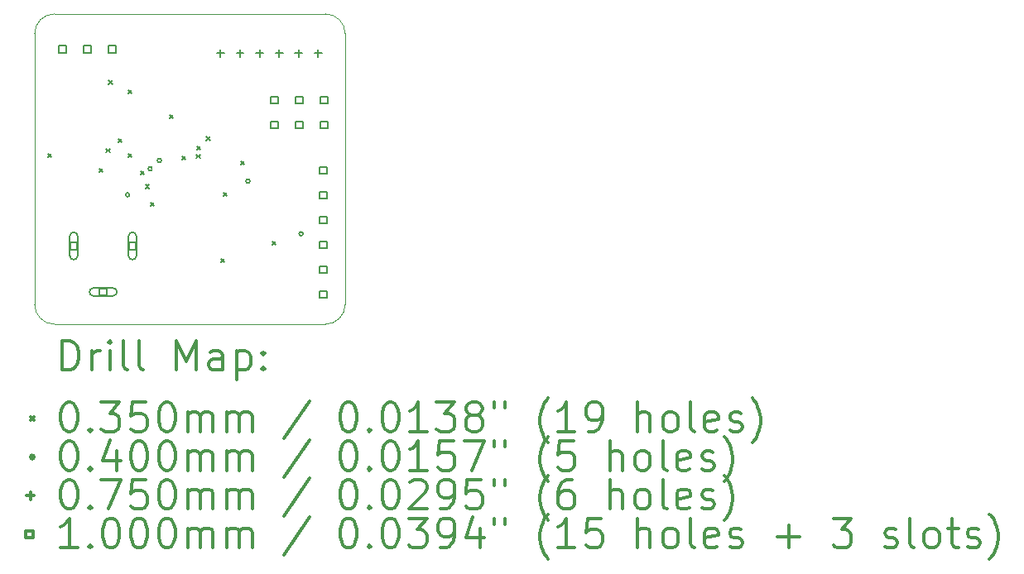
<source format=gbr>
%FSLAX45Y45*%
G04 Gerber Fmt 4.5, Leading zero omitted, Abs format (unit mm)*
G04 Created by KiCad (PCBNEW (5.1.12)-1) date 2021-12-20 15:12:07*
%MOMM*%
%LPD*%
G01*
G04 APERTURE LIST*
%TA.AperFunction,Profile*%
%ADD10C,0.100000*%
%TD*%
%ADD11C,0.200000*%
%ADD12C,0.300000*%
G04 APERTURE END LIST*
D10*
X14075000Y-7125000D02*
X14075000Y-9900000D01*
X17050000Y-6925000D02*
X14275000Y-6925000D01*
X17250000Y-9900000D02*
X17250000Y-7125000D01*
X14275000Y-10100000D02*
X17050000Y-10100000D01*
X14275000Y-10100000D02*
G75*
G02*
X14075000Y-9900000I0J200000D01*
G01*
X17250000Y-9900000D02*
G75*
G02*
X17050000Y-10100000I-200000J0D01*
G01*
X17050000Y-6925000D02*
G75*
G02*
X17250000Y-7125000I0J-200000D01*
G01*
X14075000Y-7125000D02*
G75*
G02*
X14275000Y-6925000I200000J0D01*
G01*
D11*
X14207500Y-8357500D02*
X14242500Y-8392500D01*
X14242500Y-8357500D02*
X14207500Y-8392500D01*
X14732500Y-8507500D02*
X14767500Y-8542500D01*
X14767500Y-8507500D02*
X14732500Y-8542500D01*
X14807500Y-8307500D02*
X14842500Y-8342500D01*
X14842500Y-8307500D02*
X14807500Y-8342500D01*
X14832500Y-7607500D02*
X14867500Y-7642500D01*
X14867500Y-7607500D02*
X14832500Y-7642500D01*
X14932500Y-8207500D02*
X14967500Y-8242500D01*
X14967500Y-8207500D02*
X14932500Y-8242500D01*
X15032500Y-7707500D02*
X15067500Y-7742500D01*
X15067500Y-7707500D02*
X15032500Y-7742500D01*
X15032500Y-8357500D02*
X15067500Y-8392500D01*
X15067500Y-8357500D02*
X15032500Y-8392500D01*
X15157500Y-8532500D02*
X15192500Y-8567500D01*
X15192500Y-8532500D02*
X15157500Y-8567500D01*
X15207500Y-8673480D02*
X15242500Y-8708480D01*
X15242500Y-8673480D02*
X15207500Y-8708480D01*
X15257500Y-8857500D02*
X15292500Y-8892500D01*
X15292500Y-8857500D02*
X15257500Y-8892500D01*
X15457500Y-7957500D02*
X15492500Y-7992500D01*
X15492500Y-7957500D02*
X15457500Y-7992500D01*
X15582500Y-8382500D02*
X15617500Y-8417500D01*
X15617500Y-8382500D02*
X15582500Y-8417500D01*
X15730074Y-8364927D02*
X15765074Y-8399927D01*
X15765074Y-8364927D02*
X15730074Y-8399927D01*
X15732500Y-8282500D02*
X15767500Y-8317500D01*
X15767500Y-8282500D02*
X15732500Y-8317500D01*
X15832500Y-8182500D02*
X15867500Y-8217500D01*
X15867500Y-8182500D02*
X15832500Y-8217500D01*
X15982500Y-9432500D02*
X16017500Y-9467500D01*
X16017500Y-9432500D02*
X15982500Y-9467500D01*
X16007500Y-8757500D02*
X16042500Y-8792500D01*
X16042500Y-8757500D02*
X16007500Y-8792500D01*
X16182500Y-8432500D02*
X16217500Y-8467500D01*
X16217500Y-8432500D02*
X16182500Y-8467500D01*
X16507500Y-9257500D02*
X16542500Y-9292500D01*
X16542500Y-9257500D02*
X16507500Y-9292500D01*
X15045000Y-8775000D02*
G75*
G03*
X15045000Y-8775000I-20000J0D01*
G01*
X15275499Y-8509751D02*
G75*
G03*
X15275499Y-8509751I-20000J0D01*
G01*
X15370000Y-8425000D02*
G75*
G03*
X15370000Y-8425000I-20000J0D01*
G01*
X16276000Y-8636000D02*
G75*
G03*
X16276000Y-8636000I-20000J0D01*
G01*
X16820000Y-9175000D02*
G75*
G03*
X16820000Y-9175000I-20000J0D01*
G01*
X15975000Y-7287500D02*
X15975000Y-7362500D01*
X15937500Y-7325000D02*
X16012500Y-7325000D01*
X16175000Y-7287500D02*
X16175000Y-7362500D01*
X16137500Y-7325000D02*
X16212500Y-7325000D01*
X16375000Y-7287500D02*
X16375000Y-7362500D01*
X16337500Y-7325000D02*
X16412500Y-7325000D01*
X16575000Y-7287500D02*
X16575000Y-7362500D01*
X16537500Y-7325000D02*
X16612500Y-7325000D01*
X16775000Y-7287500D02*
X16775000Y-7362500D01*
X16737500Y-7325000D02*
X16812500Y-7325000D01*
X16975000Y-7287500D02*
X16975000Y-7362500D01*
X16937500Y-7325000D02*
X17012500Y-7325000D01*
X14395356Y-7320516D02*
X14395356Y-7249804D01*
X14324644Y-7249804D01*
X14324644Y-7320516D01*
X14395356Y-7320516D01*
X14510356Y-9335356D02*
X14510356Y-9264644D01*
X14439644Y-9264644D01*
X14439644Y-9335356D01*
X14510356Y-9335356D01*
X14435000Y-9200000D02*
X14435000Y-9400000D01*
X14515000Y-9200000D02*
X14515000Y-9400000D01*
X14435000Y-9400000D02*
G75*
G03*
X14515000Y-9400000I40000J0D01*
G01*
X14515000Y-9200000D02*
G75*
G03*
X14435000Y-9200000I-40000J0D01*
G01*
X14649356Y-7320516D02*
X14649356Y-7249804D01*
X14578644Y-7249804D01*
X14578644Y-7320516D01*
X14649356Y-7320516D01*
X14810356Y-9805356D02*
X14810356Y-9734644D01*
X14739644Y-9734644D01*
X14739644Y-9805356D01*
X14810356Y-9805356D01*
X14675000Y-9810000D02*
X14875000Y-9810000D01*
X14675000Y-9730000D02*
X14875000Y-9730000D01*
X14875000Y-9810000D02*
G75*
G03*
X14875000Y-9730000I0J40000D01*
G01*
X14675000Y-9730000D02*
G75*
G03*
X14675000Y-9810000I0J-40000D01*
G01*
X14903356Y-7320516D02*
X14903356Y-7249804D01*
X14832644Y-7249804D01*
X14832644Y-7320516D01*
X14903356Y-7320516D01*
X15110356Y-9335356D02*
X15110356Y-9264644D01*
X15039644Y-9264644D01*
X15039644Y-9335356D01*
X15110356Y-9335356D01*
X15035000Y-9200000D02*
X15035000Y-9400000D01*
X15115000Y-9200000D02*
X15115000Y-9400000D01*
X15035000Y-9400000D02*
G75*
G03*
X15115000Y-9400000I40000J0D01*
G01*
X15115000Y-9200000D02*
G75*
G03*
X15035000Y-9200000I-40000J0D01*
G01*
X16561976Y-7843756D02*
X16561976Y-7773044D01*
X16491264Y-7773044D01*
X16491264Y-7843756D01*
X16561976Y-7843756D01*
X16561976Y-8097756D02*
X16561976Y-8027044D01*
X16491264Y-8027044D01*
X16491264Y-8097756D01*
X16561976Y-8097756D01*
X16815976Y-7843756D02*
X16815976Y-7773044D01*
X16745264Y-7773044D01*
X16745264Y-7843756D01*
X16815976Y-7843756D01*
X16815976Y-8097756D02*
X16815976Y-8027044D01*
X16745264Y-8027044D01*
X16745264Y-8097756D01*
X16815976Y-8097756D01*
X17060356Y-8560356D02*
X17060356Y-8489644D01*
X16989644Y-8489644D01*
X16989644Y-8560356D01*
X17060356Y-8560356D01*
X17060356Y-8814356D02*
X17060356Y-8743644D01*
X16989644Y-8743644D01*
X16989644Y-8814356D01*
X17060356Y-8814356D01*
X17060356Y-9068356D02*
X17060356Y-8997644D01*
X16989644Y-8997644D01*
X16989644Y-9068356D01*
X17060356Y-9068356D01*
X17060356Y-9322356D02*
X17060356Y-9251644D01*
X16989644Y-9251644D01*
X16989644Y-9322356D01*
X17060356Y-9322356D01*
X17060356Y-9576356D02*
X17060356Y-9505644D01*
X16989644Y-9505644D01*
X16989644Y-9576356D01*
X17060356Y-9576356D01*
X17060356Y-9830356D02*
X17060356Y-9759644D01*
X16989644Y-9759644D01*
X16989644Y-9830356D01*
X17060356Y-9830356D01*
X17069976Y-7843756D02*
X17069976Y-7773044D01*
X16999264Y-7773044D01*
X16999264Y-7843756D01*
X17069976Y-7843756D01*
X17069976Y-8097756D02*
X17069976Y-8027044D01*
X16999264Y-8027044D01*
X16999264Y-8097756D01*
X17069976Y-8097756D01*
D12*
X14356428Y-10570714D02*
X14356428Y-10270714D01*
X14427857Y-10270714D01*
X14470714Y-10285000D01*
X14499286Y-10313572D01*
X14513571Y-10342143D01*
X14527857Y-10399286D01*
X14527857Y-10442143D01*
X14513571Y-10499286D01*
X14499286Y-10527857D01*
X14470714Y-10556429D01*
X14427857Y-10570714D01*
X14356428Y-10570714D01*
X14656428Y-10570714D02*
X14656428Y-10370714D01*
X14656428Y-10427857D02*
X14670714Y-10399286D01*
X14685000Y-10385000D01*
X14713571Y-10370714D01*
X14742143Y-10370714D01*
X14842143Y-10570714D02*
X14842143Y-10370714D01*
X14842143Y-10270714D02*
X14827857Y-10285000D01*
X14842143Y-10299286D01*
X14856428Y-10285000D01*
X14842143Y-10270714D01*
X14842143Y-10299286D01*
X15027857Y-10570714D02*
X14999286Y-10556429D01*
X14985000Y-10527857D01*
X14985000Y-10270714D01*
X15185000Y-10570714D02*
X15156428Y-10556429D01*
X15142143Y-10527857D01*
X15142143Y-10270714D01*
X15527857Y-10570714D02*
X15527857Y-10270714D01*
X15627857Y-10485000D01*
X15727857Y-10270714D01*
X15727857Y-10570714D01*
X15999286Y-10570714D02*
X15999286Y-10413572D01*
X15985000Y-10385000D01*
X15956428Y-10370714D01*
X15899286Y-10370714D01*
X15870714Y-10385000D01*
X15999286Y-10556429D02*
X15970714Y-10570714D01*
X15899286Y-10570714D01*
X15870714Y-10556429D01*
X15856428Y-10527857D01*
X15856428Y-10499286D01*
X15870714Y-10470714D01*
X15899286Y-10456429D01*
X15970714Y-10456429D01*
X15999286Y-10442143D01*
X16142143Y-10370714D02*
X16142143Y-10670714D01*
X16142143Y-10385000D02*
X16170714Y-10370714D01*
X16227857Y-10370714D01*
X16256428Y-10385000D01*
X16270714Y-10399286D01*
X16285000Y-10427857D01*
X16285000Y-10513572D01*
X16270714Y-10542143D01*
X16256428Y-10556429D01*
X16227857Y-10570714D01*
X16170714Y-10570714D01*
X16142143Y-10556429D01*
X16413571Y-10542143D02*
X16427857Y-10556429D01*
X16413571Y-10570714D01*
X16399286Y-10556429D01*
X16413571Y-10542143D01*
X16413571Y-10570714D01*
X16413571Y-10385000D02*
X16427857Y-10399286D01*
X16413571Y-10413572D01*
X16399286Y-10399286D01*
X16413571Y-10385000D01*
X16413571Y-10413572D01*
X14035000Y-11047500D02*
X14070000Y-11082500D01*
X14070000Y-11047500D02*
X14035000Y-11082500D01*
X14413571Y-10900714D02*
X14442143Y-10900714D01*
X14470714Y-10915000D01*
X14485000Y-10929286D01*
X14499286Y-10957857D01*
X14513571Y-11015000D01*
X14513571Y-11086429D01*
X14499286Y-11143572D01*
X14485000Y-11172143D01*
X14470714Y-11186429D01*
X14442143Y-11200714D01*
X14413571Y-11200714D01*
X14385000Y-11186429D01*
X14370714Y-11172143D01*
X14356428Y-11143572D01*
X14342143Y-11086429D01*
X14342143Y-11015000D01*
X14356428Y-10957857D01*
X14370714Y-10929286D01*
X14385000Y-10915000D01*
X14413571Y-10900714D01*
X14642143Y-11172143D02*
X14656428Y-11186429D01*
X14642143Y-11200714D01*
X14627857Y-11186429D01*
X14642143Y-11172143D01*
X14642143Y-11200714D01*
X14756428Y-10900714D02*
X14942143Y-10900714D01*
X14842143Y-11015000D01*
X14885000Y-11015000D01*
X14913571Y-11029286D01*
X14927857Y-11043572D01*
X14942143Y-11072143D01*
X14942143Y-11143572D01*
X14927857Y-11172143D01*
X14913571Y-11186429D01*
X14885000Y-11200714D01*
X14799286Y-11200714D01*
X14770714Y-11186429D01*
X14756428Y-11172143D01*
X15213571Y-10900714D02*
X15070714Y-10900714D01*
X15056428Y-11043572D01*
X15070714Y-11029286D01*
X15099286Y-11015000D01*
X15170714Y-11015000D01*
X15199286Y-11029286D01*
X15213571Y-11043572D01*
X15227857Y-11072143D01*
X15227857Y-11143572D01*
X15213571Y-11172143D01*
X15199286Y-11186429D01*
X15170714Y-11200714D01*
X15099286Y-11200714D01*
X15070714Y-11186429D01*
X15056428Y-11172143D01*
X15413571Y-10900714D02*
X15442143Y-10900714D01*
X15470714Y-10915000D01*
X15485000Y-10929286D01*
X15499286Y-10957857D01*
X15513571Y-11015000D01*
X15513571Y-11086429D01*
X15499286Y-11143572D01*
X15485000Y-11172143D01*
X15470714Y-11186429D01*
X15442143Y-11200714D01*
X15413571Y-11200714D01*
X15385000Y-11186429D01*
X15370714Y-11172143D01*
X15356428Y-11143572D01*
X15342143Y-11086429D01*
X15342143Y-11015000D01*
X15356428Y-10957857D01*
X15370714Y-10929286D01*
X15385000Y-10915000D01*
X15413571Y-10900714D01*
X15642143Y-11200714D02*
X15642143Y-11000714D01*
X15642143Y-11029286D02*
X15656428Y-11015000D01*
X15685000Y-11000714D01*
X15727857Y-11000714D01*
X15756428Y-11015000D01*
X15770714Y-11043572D01*
X15770714Y-11200714D01*
X15770714Y-11043572D02*
X15785000Y-11015000D01*
X15813571Y-11000714D01*
X15856428Y-11000714D01*
X15885000Y-11015000D01*
X15899286Y-11043572D01*
X15899286Y-11200714D01*
X16042143Y-11200714D02*
X16042143Y-11000714D01*
X16042143Y-11029286D02*
X16056428Y-11015000D01*
X16085000Y-11000714D01*
X16127857Y-11000714D01*
X16156428Y-11015000D01*
X16170714Y-11043572D01*
X16170714Y-11200714D01*
X16170714Y-11043572D02*
X16185000Y-11015000D01*
X16213571Y-11000714D01*
X16256428Y-11000714D01*
X16285000Y-11015000D01*
X16299286Y-11043572D01*
X16299286Y-11200714D01*
X16885000Y-10886429D02*
X16627857Y-11272143D01*
X17270714Y-10900714D02*
X17299286Y-10900714D01*
X17327857Y-10915000D01*
X17342143Y-10929286D01*
X17356428Y-10957857D01*
X17370714Y-11015000D01*
X17370714Y-11086429D01*
X17356428Y-11143572D01*
X17342143Y-11172143D01*
X17327857Y-11186429D01*
X17299286Y-11200714D01*
X17270714Y-11200714D01*
X17242143Y-11186429D01*
X17227857Y-11172143D01*
X17213571Y-11143572D01*
X17199286Y-11086429D01*
X17199286Y-11015000D01*
X17213571Y-10957857D01*
X17227857Y-10929286D01*
X17242143Y-10915000D01*
X17270714Y-10900714D01*
X17499286Y-11172143D02*
X17513571Y-11186429D01*
X17499286Y-11200714D01*
X17485000Y-11186429D01*
X17499286Y-11172143D01*
X17499286Y-11200714D01*
X17699286Y-10900714D02*
X17727857Y-10900714D01*
X17756428Y-10915000D01*
X17770714Y-10929286D01*
X17785000Y-10957857D01*
X17799286Y-11015000D01*
X17799286Y-11086429D01*
X17785000Y-11143572D01*
X17770714Y-11172143D01*
X17756428Y-11186429D01*
X17727857Y-11200714D01*
X17699286Y-11200714D01*
X17670714Y-11186429D01*
X17656428Y-11172143D01*
X17642143Y-11143572D01*
X17627857Y-11086429D01*
X17627857Y-11015000D01*
X17642143Y-10957857D01*
X17656428Y-10929286D01*
X17670714Y-10915000D01*
X17699286Y-10900714D01*
X18085000Y-11200714D02*
X17913571Y-11200714D01*
X17999286Y-11200714D02*
X17999286Y-10900714D01*
X17970714Y-10943572D01*
X17942143Y-10972143D01*
X17913571Y-10986429D01*
X18185000Y-10900714D02*
X18370714Y-10900714D01*
X18270714Y-11015000D01*
X18313571Y-11015000D01*
X18342143Y-11029286D01*
X18356428Y-11043572D01*
X18370714Y-11072143D01*
X18370714Y-11143572D01*
X18356428Y-11172143D01*
X18342143Y-11186429D01*
X18313571Y-11200714D01*
X18227857Y-11200714D01*
X18199286Y-11186429D01*
X18185000Y-11172143D01*
X18542143Y-11029286D02*
X18513571Y-11015000D01*
X18499286Y-11000714D01*
X18485000Y-10972143D01*
X18485000Y-10957857D01*
X18499286Y-10929286D01*
X18513571Y-10915000D01*
X18542143Y-10900714D01*
X18599286Y-10900714D01*
X18627857Y-10915000D01*
X18642143Y-10929286D01*
X18656428Y-10957857D01*
X18656428Y-10972143D01*
X18642143Y-11000714D01*
X18627857Y-11015000D01*
X18599286Y-11029286D01*
X18542143Y-11029286D01*
X18513571Y-11043572D01*
X18499286Y-11057857D01*
X18485000Y-11086429D01*
X18485000Y-11143572D01*
X18499286Y-11172143D01*
X18513571Y-11186429D01*
X18542143Y-11200714D01*
X18599286Y-11200714D01*
X18627857Y-11186429D01*
X18642143Y-11172143D01*
X18656428Y-11143572D01*
X18656428Y-11086429D01*
X18642143Y-11057857D01*
X18627857Y-11043572D01*
X18599286Y-11029286D01*
X18770714Y-10900714D02*
X18770714Y-10957857D01*
X18885000Y-10900714D02*
X18885000Y-10957857D01*
X19327857Y-11315000D02*
X19313571Y-11300714D01*
X19285000Y-11257857D01*
X19270714Y-11229286D01*
X19256428Y-11186429D01*
X19242143Y-11115000D01*
X19242143Y-11057857D01*
X19256428Y-10986429D01*
X19270714Y-10943572D01*
X19285000Y-10915000D01*
X19313571Y-10872143D01*
X19327857Y-10857857D01*
X19599286Y-11200714D02*
X19427857Y-11200714D01*
X19513571Y-11200714D02*
X19513571Y-10900714D01*
X19485000Y-10943572D01*
X19456428Y-10972143D01*
X19427857Y-10986429D01*
X19742143Y-11200714D02*
X19799286Y-11200714D01*
X19827857Y-11186429D01*
X19842143Y-11172143D01*
X19870714Y-11129286D01*
X19885000Y-11072143D01*
X19885000Y-10957857D01*
X19870714Y-10929286D01*
X19856428Y-10915000D01*
X19827857Y-10900714D01*
X19770714Y-10900714D01*
X19742143Y-10915000D01*
X19727857Y-10929286D01*
X19713571Y-10957857D01*
X19713571Y-11029286D01*
X19727857Y-11057857D01*
X19742143Y-11072143D01*
X19770714Y-11086429D01*
X19827857Y-11086429D01*
X19856428Y-11072143D01*
X19870714Y-11057857D01*
X19885000Y-11029286D01*
X20242143Y-11200714D02*
X20242143Y-10900714D01*
X20370714Y-11200714D02*
X20370714Y-11043572D01*
X20356428Y-11015000D01*
X20327857Y-11000714D01*
X20285000Y-11000714D01*
X20256428Y-11015000D01*
X20242143Y-11029286D01*
X20556428Y-11200714D02*
X20527857Y-11186429D01*
X20513571Y-11172143D01*
X20499286Y-11143572D01*
X20499286Y-11057857D01*
X20513571Y-11029286D01*
X20527857Y-11015000D01*
X20556428Y-11000714D01*
X20599286Y-11000714D01*
X20627857Y-11015000D01*
X20642143Y-11029286D01*
X20656428Y-11057857D01*
X20656428Y-11143572D01*
X20642143Y-11172143D01*
X20627857Y-11186429D01*
X20599286Y-11200714D01*
X20556428Y-11200714D01*
X20827857Y-11200714D02*
X20799286Y-11186429D01*
X20785000Y-11157857D01*
X20785000Y-10900714D01*
X21056428Y-11186429D02*
X21027857Y-11200714D01*
X20970714Y-11200714D01*
X20942143Y-11186429D01*
X20927857Y-11157857D01*
X20927857Y-11043572D01*
X20942143Y-11015000D01*
X20970714Y-11000714D01*
X21027857Y-11000714D01*
X21056428Y-11015000D01*
X21070714Y-11043572D01*
X21070714Y-11072143D01*
X20927857Y-11100714D01*
X21185000Y-11186429D02*
X21213571Y-11200714D01*
X21270714Y-11200714D01*
X21299286Y-11186429D01*
X21313571Y-11157857D01*
X21313571Y-11143572D01*
X21299286Y-11115000D01*
X21270714Y-11100714D01*
X21227857Y-11100714D01*
X21199286Y-11086429D01*
X21185000Y-11057857D01*
X21185000Y-11043572D01*
X21199286Y-11015000D01*
X21227857Y-11000714D01*
X21270714Y-11000714D01*
X21299286Y-11015000D01*
X21413571Y-11315000D02*
X21427857Y-11300714D01*
X21456428Y-11257857D01*
X21470714Y-11229286D01*
X21485000Y-11186429D01*
X21499286Y-11115000D01*
X21499286Y-11057857D01*
X21485000Y-10986429D01*
X21470714Y-10943572D01*
X21456428Y-10915000D01*
X21427857Y-10872143D01*
X21413571Y-10857857D01*
X14070000Y-11461000D02*
G75*
G03*
X14070000Y-11461000I-20000J0D01*
G01*
X14413571Y-11296714D02*
X14442143Y-11296714D01*
X14470714Y-11311000D01*
X14485000Y-11325286D01*
X14499286Y-11353857D01*
X14513571Y-11411000D01*
X14513571Y-11482429D01*
X14499286Y-11539571D01*
X14485000Y-11568143D01*
X14470714Y-11582429D01*
X14442143Y-11596714D01*
X14413571Y-11596714D01*
X14385000Y-11582429D01*
X14370714Y-11568143D01*
X14356428Y-11539571D01*
X14342143Y-11482429D01*
X14342143Y-11411000D01*
X14356428Y-11353857D01*
X14370714Y-11325286D01*
X14385000Y-11311000D01*
X14413571Y-11296714D01*
X14642143Y-11568143D02*
X14656428Y-11582429D01*
X14642143Y-11596714D01*
X14627857Y-11582429D01*
X14642143Y-11568143D01*
X14642143Y-11596714D01*
X14913571Y-11396714D02*
X14913571Y-11596714D01*
X14842143Y-11282429D02*
X14770714Y-11496714D01*
X14956428Y-11496714D01*
X15127857Y-11296714D02*
X15156428Y-11296714D01*
X15185000Y-11311000D01*
X15199286Y-11325286D01*
X15213571Y-11353857D01*
X15227857Y-11411000D01*
X15227857Y-11482429D01*
X15213571Y-11539571D01*
X15199286Y-11568143D01*
X15185000Y-11582429D01*
X15156428Y-11596714D01*
X15127857Y-11596714D01*
X15099286Y-11582429D01*
X15085000Y-11568143D01*
X15070714Y-11539571D01*
X15056428Y-11482429D01*
X15056428Y-11411000D01*
X15070714Y-11353857D01*
X15085000Y-11325286D01*
X15099286Y-11311000D01*
X15127857Y-11296714D01*
X15413571Y-11296714D02*
X15442143Y-11296714D01*
X15470714Y-11311000D01*
X15485000Y-11325286D01*
X15499286Y-11353857D01*
X15513571Y-11411000D01*
X15513571Y-11482429D01*
X15499286Y-11539571D01*
X15485000Y-11568143D01*
X15470714Y-11582429D01*
X15442143Y-11596714D01*
X15413571Y-11596714D01*
X15385000Y-11582429D01*
X15370714Y-11568143D01*
X15356428Y-11539571D01*
X15342143Y-11482429D01*
X15342143Y-11411000D01*
X15356428Y-11353857D01*
X15370714Y-11325286D01*
X15385000Y-11311000D01*
X15413571Y-11296714D01*
X15642143Y-11596714D02*
X15642143Y-11396714D01*
X15642143Y-11425286D02*
X15656428Y-11411000D01*
X15685000Y-11396714D01*
X15727857Y-11396714D01*
X15756428Y-11411000D01*
X15770714Y-11439571D01*
X15770714Y-11596714D01*
X15770714Y-11439571D02*
X15785000Y-11411000D01*
X15813571Y-11396714D01*
X15856428Y-11396714D01*
X15885000Y-11411000D01*
X15899286Y-11439571D01*
X15899286Y-11596714D01*
X16042143Y-11596714D02*
X16042143Y-11396714D01*
X16042143Y-11425286D02*
X16056428Y-11411000D01*
X16085000Y-11396714D01*
X16127857Y-11396714D01*
X16156428Y-11411000D01*
X16170714Y-11439571D01*
X16170714Y-11596714D01*
X16170714Y-11439571D02*
X16185000Y-11411000D01*
X16213571Y-11396714D01*
X16256428Y-11396714D01*
X16285000Y-11411000D01*
X16299286Y-11439571D01*
X16299286Y-11596714D01*
X16885000Y-11282429D02*
X16627857Y-11668143D01*
X17270714Y-11296714D02*
X17299286Y-11296714D01*
X17327857Y-11311000D01*
X17342143Y-11325286D01*
X17356428Y-11353857D01*
X17370714Y-11411000D01*
X17370714Y-11482429D01*
X17356428Y-11539571D01*
X17342143Y-11568143D01*
X17327857Y-11582429D01*
X17299286Y-11596714D01*
X17270714Y-11596714D01*
X17242143Y-11582429D01*
X17227857Y-11568143D01*
X17213571Y-11539571D01*
X17199286Y-11482429D01*
X17199286Y-11411000D01*
X17213571Y-11353857D01*
X17227857Y-11325286D01*
X17242143Y-11311000D01*
X17270714Y-11296714D01*
X17499286Y-11568143D02*
X17513571Y-11582429D01*
X17499286Y-11596714D01*
X17485000Y-11582429D01*
X17499286Y-11568143D01*
X17499286Y-11596714D01*
X17699286Y-11296714D02*
X17727857Y-11296714D01*
X17756428Y-11311000D01*
X17770714Y-11325286D01*
X17785000Y-11353857D01*
X17799286Y-11411000D01*
X17799286Y-11482429D01*
X17785000Y-11539571D01*
X17770714Y-11568143D01*
X17756428Y-11582429D01*
X17727857Y-11596714D01*
X17699286Y-11596714D01*
X17670714Y-11582429D01*
X17656428Y-11568143D01*
X17642143Y-11539571D01*
X17627857Y-11482429D01*
X17627857Y-11411000D01*
X17642143Y-11353857D01*
X17656428Y-11325286D01*
X17670714Y-11311000D01*
X17699286Y-11296714D01*
X18085000Y-11596714D02*
X17913571Y-11596714D01*
X17999286Y-11596714D02*
X17999286Y-11296714D01*
X17970714Y-11339571D01*
X17942143Y-11368143D01*
X17913571Y-11382429D01*
X18356428Y-11296714D02*
X18213571Y-11296714D01*
X18199286Y-11439571D01*
X18213571Y-11425286D01*
X18242143Y-11411000D01*
X18313571Y-11411000D01*
X18342143Y-11425286D01*
X18356428Y-11439571D01*
X18370714Y-11468143D01*
X18370714Y-11539571D01*
X18356428Y-11568143D01*
X18342143Y-11582429D01*
X18313571Y-11596714D01*
X18242143Y-11596714D01*
X18213571Y-11582429D01*
X18199286Y-11568143D01*
X18470714Y-11296714D02*
X18670714Y-11296714D01*
X18542143Y-11596714D01*
X18770714Y-11296714D02*
X18770714Y-11353857D01*
X18885000Y-11296714D02*
X18885000Y-11353857D01*
X19327857Y-11711000D02*
X19313571Y-11696714D01*
X19285000Y-11653857D01*
X19270714Y-11625286D01*
X19256428Y-11582429D01*
X19242143Y-11511000D01*
X19242143Y-11453857D01*
X19256428Y-11382429D01*
X19270714Y-11339571D01*
X19285000Y-11311000D01*
X19313571Y-11268143D01*
X19327857Y-11253857D01*
X19585000Y-11296714D02*
X19442143Y-11296714D01*
X19427857Y-11439571D01*
X19442143Y-11425286D01*
X19470714Y-11411000D01*
X19542143Y-11411000D01*
X19570714Y-11425286D01*
X19585000Y-11439571D01*
X19599286Y-11468143D01*
X19599286Y-11539571D01*
X19585000Y-11568143D01*
X19570714Y-11582429D01*
X19542143Y-11596714D01*
X19470714Y-11596714D01*
X19442143Y-11582429D01*
X19427857Y-11568143D01*
X19956428Y-11596714D02*
X19956428Y-11296714D01*
X20085000Y-11596714D02*
X20085000Y-11439571D01*
X20070714Y-11411000D01*
X20042143Y-11396714D01*
X19999286Y-11396714D01*
X19970714Y-11411000D01*
X19956428Y-11425286D01*
X20270714Y-11596714D02*
X20242143Y-11582429D01*
X20227857Y-11568143D01*
X20213571Y-11539571D01*
X20213571Y-11453857D01*
X20227857Y-11425286D01*
X20242143Y-11411000D01*
X20270714Y-11396714D01*
X20313571Y-11396714D01*
X20342143Y-11411000D01*
X20356428Y-11425286D01*
X20370714Y-11453857D01*
X20370714Y-11539571D01*
X20356428Y-11568143D01*
X20342143Y-11582429D01*
X20313571Y-11596714D01*
X20270714Y-11596714D01*
X20542143Y-11596714D02*
X20513571Y-11582429D01*
X20499286Y-11553857D01*
X20499286Y-11296714D01*
X20770714Y-11582429D02*
X20742143Y-11596714D01*
X20685000Y-11596714D01*
X20656428Y-11582429D01*
X20642143Y-11553857D01*
X20642143Y-11439571D01*
X20656428Y-11411000D01*
X20685000Y-11396714D01*
X20742143Y-11396714D01*
X20770714Y-11411000D01*
X20785000Y-11439571D01*
X20785000Y-11468143D01*
X20642143Y-11496714D01*
X20899286Y-11582429D02*
X20927857Y-11596714D01*
X20985000Y-11596714D01*
X21013571Y-11582429D01*
X21027857Y-11553857D01*
X21027857Y-11539571D01*
X21013571Y-11511000D01*
X20985000Y-11496714D01*
X20942143Y-11496714D01*
X20913571Y-11482429D01*
X20899286Y-11453857D01*
X20899286Y-11439571D01*
X20913571Y-11411000D01*
X20942143Y-11396714D01*
X20985000Y-11396714D01*
X21013571Y-11411000D01*
X21127857Y-11711000D02*
X21142143Y-11696714D01*
X21170714Y-11653857D01*
X21185000Y-11625286D01*
X21199286Y-11582429D01*
X21213571Y-11511000D01*
X21213571Y-11453857D01*
X21199286Y-11382429D01*
X21185000Y-11339571D01*
X21170714Y-11311000D01*
X21142143Y-11268143D01*
X21127857Y-11253857D01*
X14032500Y-11819500D02*
X14032500Y-11894500D01*
X13995000Y-11857000D02*
X14070000Y-11857000D01*
X14413571Y-11692714D02*
X14442143Y-11692714D01*
X14470714Y-11707000D01*
X14485000Y-11721286D01*
X14499286Y-11749857D01*
X14513571Y-11807000D01*
X14513571Y-11878429D01*
X14499286Y-11935571D01*
X14485000Y-11964143D01*
X14470714Y-11978429D01*
X14442143Y-11992714D01*
X14413571Y-11992714D01*
X14385000Y-11978429D01*
X14370714Y-11964143D01*
X14356428Y-11935571D01*
X14342143Y-11878429D01*
X14342143Y-11807000D01*
X14356428Y-11749857D01*
X14370714Y-11721286D01*
X14385000Y-11707000D01*
X14413571Y-11692714D01*
X14642143Y-11964143D02*
X14656428Y-11978429D01*
X14642143Y-11992714D01*
X14627857Y-11978429D01*
X14642143Y-11964143D01*
X14642143Y-11992714D01*
X14756428Y-11692714D02*
X14956428Y-11692714D01*
X14827857Y-11992714D01*
X15213571Y-11692714D02*
X15070714Y-11692714D01*
X15056428Y-11835571D01*
X15070714Y-11821286D01*
X15099286Y-11807000D01*
X15170714Y-11807000D01*
X15199286Y-11821286D01*
X15213571Y-11835571D01*
X15227857Y-11864143D01*
X15227857Y-11935571D01*
X15213571Y-11964143D01*
X15199286Y-11978429D01*
X15170714Y-11992714D01*
X15099286Y-11992714D01*
X15070714Y-11978429D01*
X15056428Y-11964143D01*
X15413571Y-11692714D02*
X15442143Y-11692714D01*
X15470714Y-11707000D01*
X15485000Y-11721286D01*
X15499286Y-11749857D01*
X15513571Y-11807000D01*
X15513571Y-11878429D01*
X15499286Y-11935571D01*
X15485000Y-11964143D01*
X15470714Y-11978429D01*
X15442143Y-11992714D01*
X15413571Y-11992714D01*
X15385000Y-11978429D01*
X15370714Y-11964143D01*
X15356428Y-11935571D01*
X15342143Y-11878429D01*
X15342143Y-11807000D01*
X15356428Y-11749857D01*
X15370714Y-11721286D01*
X15385000Y-11707000D01*
X15413571Y-11692714D01*
X15642143Y-11992714D02*
X15642143Y-11792714D01*
X15642143Y-11821286D02*
X15656428Y-11807000D01*
X15685000Y-11792714D01*
X15727857Y-11792714D01*
X15756428Y-11807000D01*
X15770714Y-11835571D01*
X15770714Y-11992714D01*
X15770714Y-11835571D02*
X15785000Y-11807000D01*
X15813571Y-11792714D01*
X15856428Y-11792714D01*
X15885000Y-11807000D01*
X15899286Y-11835571D01*
X15899286Y-11992714D01*
X16042143Y-11992714D02*
X16042143Y-11792714D01*
X16042143Y-11821286D02*
X16056428Y-11807000D01*
X16085000Y-11792714D01*
X16127857Y-11792714D01*
X16156428Y-11807000D01*
X16170714Y-11835571D01*
X16170714Y-11992714D01*
X16170714Y-11835571D02*
X16185000Y-11807000D01*
X16213571Y-11792714D01*
X16256428Y-11792714D01*
X16285000Y-11807000D01*
X16299286Y-11835571D01*
X16299286Y-11992714D01*
X16885000Y-11678429D02*
X16627857Y-12064143D01*
X17270714Y-11692714D02*
X17299286Y-11692714D01*
X17327857Y-11707000D01*
X17342143Y-11721286D01*
X17356428Y-11749857D01*
X17370714Y-11807000D01*
X17370714Y-11878429D01*
X17356428Y-11935571D01*
X17342143Y-11964143D01*
X17327857Y-11978429D01*
X17299286Y-11992714D01*
X17270714Y-11992714D01*
X17242143Y-11978429D01*
X17227857Y-11964143D01*
X17213571Y-11935571D01*
X17199286Y-11878429D01*
X17199286Y-11807000D01*
X17213571Y-11749857D01*
X17227857Y-11721286D01*
X17242143Y-11707000D01*
X17270714Y-11692714D01*
X17499286Y-11964143D02*
X17513571Y-11978429D01*
X17499286Y-11992714D01*
X17485000Y-11978429D01*
X17499286Y-11964143D01*
X17499286Y-11992714D01*
X17699286Y-11692714D02*
X17727857Y-11692714D01*
X17756428Y-11707000D01*
X17770714Y-11721286D01*
X17785000Y-11749857D01*
X17799286Y-11807000D01*
X17799286Y-11878429D01*
X17785000Y-11935571D01*
X17770714Y-11964143D01*
X17756428Y-11978429D01*
X17727857Y-11992714D01*
X17699286Y-11992714D01*
X17670714Y-11978429D01*
X17656428Y-11964143D01*
X17642143Y-11935571D01*
X17627857Y-11878429D01*
X17627857Y-11807000D01*
X17642143Y-11749857D01*
X17656428Y-11721286D01*
X17670714Y-11707000D01*
X17699286Y-11692714D01*
X17913571Y-11721286D02*
X17927857Y-11707000D01*
X17956428Y-11692714D01*
X18027857Y-11692714D01*
X18056428Y-11707000D01*
X18070714Y-11721286D01*
X18085000Y-11749857D01*
X18085000Y-11778429D01*
X18070714Y-11821286D01*
X17899286Y-11992714D01*
X18085000Y-11992714D01*
X18227857Y-11992714D02*
X18285000Y-11992714D01*
X18313571Y-11978429D01*
X18327857Y-11964143D01*
X18356428Y-11921286D01*
X18370714Y-11864143D01*
X18370714Y-11749857D01*
X18356428Y-11721286D01*
X18342143Y-11707000D01*
X18313571Y-11692714D01*
X18256428Y-11692714D01*
X18227857Y-11707000D01*
X18213571Y-11721286D01*
X18199286Y-11749857D01*
X18199286Y-11821286D01*
X18213571Y-11849857D01*
X18227857Y-11864143D01*
X18256428Y-11878429D01*
X18313571Y-11878429D01*
X18342143Y-11864143D01*
X18356428Y-11849857D01*
X18370714Y-11821286D01*
X18642143Y-11692714D02*
X18499286Y-11692714D01*
X18485000Y-11835571D01*
X18499286Y-11821286D01*
X18527857Y-11807000D01*
X18599286Y-11807000D01*
X18627857Y-11821286D01*
X18642143Y-11835571D01*
X18656428Y-11864143D01*
X18656428Y-11935571D01*
X18642143Y-11964143D01*
X18627857Y-11978429D01*
X18599286Y-11992714D01*
X18527857Y-11992714D01*
X18499286Y-11978429D01*
X18485000Y-11964143D01*
X18770714Y-11692714D02*
X18770714Y-11749857D01*
X18885000Y-11692714D02*
X18885000Y-11749857D01*
X19327857Y-12107000D02*
X19313571Y-12092714D01*
X19285000Y-12049857D01*
X19270714Y-12021286D01*
X19256428Y-11978429D01*
X19242143Y-11907000D01*
X19242143Y-11849857D01*
X19256428Y-11778429D01*
X19270714Y-11735571D01*
X19285000Y-11707000D01*
X19313571Y-11664143D01*
X19327857Y-11649857D01*
X19570714Y-11692714D02*
X19513571Y-11692714D01*
X19485000Y-11707000D01*
X19470714Y-11721286D01*
X19442143Y-11764143D01*
X19427857Y-11821286D01*
X19427857Y-11935571D01*
X19442143Y-11964143D01*
X19456428Y-11978429D01*
X19485000Y-11992714D01*
X19542143Y-11992714D01*
X19570714Y-11978429D01*
X19585000Y-11964143D01*
X19599286Y-11935571D01*
X19599286Y-11864143D01*
X19585000Y-11835571D01*
X19570714Y-11821286D01*
X19542143Y-11807000D01*
X19485000Y-11807000D01*
X19456428Y-11821286D01*
X19442143Y-11835571D01*
X19427857Y-11864143D01*
X19956428Y-11992714D02*
X19956428Y-11692714D01*
X20085000Y-11992714D02*
X20085000Y-11835571D01*
X20070714Y-11807000D01*
X20042143Y-11792714D01*
X19999286Y-11792714D01*
X19970714Y-11807000D01*
X19956428Y-11821286D01*
X20270714Y-11992714D02*
X20242143Y-11978429D01*
X20227857Y-11964143D01*
X20213571Y-11935571D01*
X20213571Y-11849857D01*
X20227857Y-11821286D01*
X20242143Y-11807000D01*
X20270714Y-11792714D01*
X20313571Y-11792714D01*
X20342143Y-11807000D01*
X20356428Y-11821286D01*
X20370714Y-11849857D01*
X20370714Y-11935571D01*
X20356428Y-11964143D01*
X20342143Y-11978429D01*
X20313571Y-11992714D01*
X20270714Y-11992714D01*
X20542143Y-11992714D02*
X20513571Y-11978429D01*
X20499286Y-11949857D01*
X20499286Y-11692714D01*
X20770714Y-11978429D02*
X20742143Y-11992714D01*
X20685000Y-11992714D01*
X20656428Y-11978429D01*
X20642143Y-11949857D01*
X20642143Y-11835571D01*
X20656428Y-11807000D01*
X20685000Y-11792714D01*
X20742143Y-11792714D01*
X20770714Y-11807000D01*
X20785000Y-11835571D01*
X20785000Y-11864143D01*
X20642143Y-11892714D01*
X20899286Y-11978429D02*
X20927857Y-11992714D01*
X20985000Y-11992714D01*
X21013571Y-11978429D01*
X21027857Y-11949857D01*
X21027857Y-11935571D01*
X21013571Y-11907000D01*
X20985000Y-11892714D01*
X20942143Y-11892714D01*
X20913571Y-11878429D01*
X20899286Y-11849857D01*
X20899286Y-11835571D01*
X20913571Y-11807000D01*
X20942143Y-11792714D01*
X20985000Y-11792714D01*
X21013571Y-11807000D01*
X21127857Y-12107000D02*
X21142143Y-12092714D01*
X21170714Y-12049857D01*
X21185000Y-12021286D01*
X21199286Y-11978429D01*
X21213571Y-11907000D01*
X21213571Y-11849857D01*
X21199286Y-11778429D01*
X21185000Y-11735571D01*
X21170714Y-11707000D01*
X21142143Y-11664143D01*
X21127857Y-11649857D01*
X14055356Y-12288356D02*
X14055356Y-12217644D01*
X13984644Y-12217644D01*
X13984644Y-12288356D01*
X14055356Y-12288356D01*
X14513571Y-12388714D02*
X14342143Y-12388714D01*
X14427857Y-12388714D02*
X14427857Y-12088714D01*
X14399286Y-12131571D01*
X14370714Y-12160143D01*
X14342143Y-12174429D01*
X14642143Y-12360143D02*
X14656428Y-12374429D01*
X14642143Y-12388714D01*
X14627857Y-12374429D01*
X14642143Y-12360143D01*
X14642143Y-12388714D01*
X14842143Y-12088714D02*
X14870714Y-12088714D01*
X14899286Y-12103000D01*
X14913571Y-12117286D01*
X14927857Y-12145857D01*
X14942143Y-12203000D01*
X14942143Y-12274429D01*
X14927857Y-12331571D01*
X14913571Y-12360143D01*
X14899286Y-12374429D01*
X14870714Y-12388714D01*
X14842143Y-12388714D01*
X14813571Y-12374429D01*
X14799286Y-12360143D01*
X14785000Y-12331571D01*
X14770714Y-12274429D01*
X14770714Y-12203000D01*
X14785000Y-12145857D01*
X14799286Y-12117286D01*
X14813571Y-12103000D01*
X14842143Y-12088714D01*
X15127857Y-12088714D02*
X15156428Y-12088714D01*
X15185000Y-12103000D01*
X15199286Y-12117286D01*
X15213571Y-12145857D01*
X15227857Y-12203000D01*
X15227857Y-12274429D01*
X15213571Y-12331571D01*
X15199286Y-12360143D01*
X15185000Y-12374429D01*
X15156428Y-12388714D01*
X15127857Y-12388714D01*
X15099286Y-12374429D01*
X15085000Y-12360143D01*
X15070714Y-12331571D01*
X15056428Y-12274429D01*
X15056428Y-12203000D01*
X15070714Y-12145857D01*
X15085000Y-12117286D01*
X15099286Y-12103000D01*
X15127857Y-12088714D01*
X15413571Y-12088714D02*
X15442143Y-12088714D01*
X15470714Y-12103000D01*
X15485000Y-12117286D01*
X15499286Y-12145857D01*
X15513571Y-12203000D01*
X15513571Y-12274429D01*
X15499286Y-12331571D01*
X15485000Y-12360143D01*
X15470714Y-12374429D01*
X15442143Y-12388714D01*
X15413571Y-12388714D01*
X15385000Y-12374429D01*
X15370714Y-12360143D01*
X15356428Y-12331571D01*
X15342143Y-12274429D01*
X15342143Y-12203000D01*
X15356428Y-12145857D01*
X15370714Y-12117286D01*
X15385000Y-12103000D01*
X15413571Y-12088714D01*
X15642143Y-12388714D02*
X15642143Y-12188714D01*
X15642143Y-12217286D02*
X15656428Y-12203000D01*
X15685000Y-12188714D01*
X15727857Y-12188714D01*
X15756428Y-12203000D01*
X15770714Y-12231571D01*
X15770714Y-12388714D01*
X15770714Y-12231571D02*
X15785000Y-12203000D01*
X15813571Y-12188714D01*
X15856428Y-12188714D01*
X15885000Y-12203000D01*
X15899286Y-12231571D01*
X15899286Y-12388714D01*
X16042143Y-12388714D02*
X16042143Y-12188714D01*
X16042143Y-12217286D02*
X16056428Y-12203000D01*
X16085000Y-12188714D01*
X16127857Y-12188714D01*
X16156428Y-12203000D01*
X16170714Y-12231571D01*
X16170714Y-12388714D01*
X16170714Y-12231571D02*
X16185000Y-12203000D01*
X16213571Y-12188714D01*
X16256428Y-12188714D01*
X16285000Y-12203000D01*
X16299286Y-12231571D01*
X16299286Y-12388714D01*
X16885000Y-12074429D02*
X16627857Y-12460143D01*
X17270714Y-12088714D02*
X17299286Y-12088714D01*
X17327857Y-12103000D01*
X17342143Y-12117286D01*
X17356428Y-12145857D01*
X17370714Y-12203000D01*
X17370714Y-12274429D01*
X17356428Y-12331571D01*
X17342143Y-12360143D01*
X17327857Y-12374429D01*
X17299286Y-12388714D01*
X17270714Y-12388714D01*
X17242143Y-12374429D01*
X17227857Y-12360143D01*
X17213571Y-12331571D01*
X17199286Y-12274429D01*
X17199286Y-12203000D01*
X17213571Y-12145857D01*
X17227857Y-12117286D01*
X17242143Y-12103000D01*
X17270714Y-12088714D01*
X17499286Y-12360143D02*
X17513571Y-12374429D01*
X17499286Y-12388714D01*
X17485000Y-12374429D01*
X17499286Y-12360143D01*
X17499286Y-12388714D01*
X17699286Y-12088714D02*
X17727857Y-12088714D01*
X17756428Y-12103000D01*
X17770714Y-12117286D01*
X17785000Y-12145857D01*
X17799286Y-12203000D01*
X17799286Y-12274429D01*
X17785000Y-12331571D01*
X17770714Y-12360143D01*
X17756428Y-12374429D01*
X17727857Y-12388714D01*
X17699286Y-12388714D01*
X17670714Y-12374429D01*
X17656428Y-12360143D01*
X17642143Y-12331571D01*
X17627857Y-12274429D01*
X17627857Y-12203000D01*
X17642143Y-12145857D01*
X17656428Y-12117286D01*
X17670714Y-12103000D01*
X17699286Y-12088714D01*
X17899286Y-12088714D02*
X18085000Y-12088714D01*
X17985000Y-12203000D01*
X18027857Y-12203000D01*
X18056428Y-12217286D01*
X18070714Y-12231571D01*
X18085000Y-12260143D01*
X18085000Y-12331571D01*
X18070714Y-12360143D01*
X18056428Y-12374429D01*
X18027857Y-12388714D01*
X17942143Y-12388714D01*
X17913571Y-12374429D01*
X17899286Y-12360143D01*
X18227857Y-12388714D02*
X18285000Y-12388714D01*
X18313571Y-12374429D01*
X18327857Y-12360143D01*
X18356428Y-12317286D01*
X18370714Y-12260143D01*
X18370714Y-12145857D01*
X18356428Y-12117286D01*
X18342143Y-12103000D01*
X18313571Y-12088714D01*
X18256428Y-12088714D01*
X18227857Y-12103000D01*
X18213571Y-12117286D01*
X18199286Y-12145857D01*
X18199286Y-12217286D01*
X18213571Y-12245857D01*
X18227857Y-12260143D01*
X18256428Y-12274429D01*
X18313571Y-12274429D01*
X18342143Y-12260143D01*
X18356428Y-12245857D01*
X18370714Y-12217286D01*
X18627857Y-12188714D02*
X18627857Y-12388714D01*
X18556428Y-12074429D02*
X18485000Y-12288714D01*
X18670714Y-12288714D01*
X18770714Y-12088714D02*
X18770714Y-12145857D01*
X18885000Y-12088714D02*
X18885000Y-12145857D01*
X19327857Y-12503000D02*
X19313571Y-12488714D01*
X19285000Y-12445857D01*
X19270714Y-12417286D01*
X19256428Y-12374429D01*
X19242143Y-12303000D01*
X19242143Y-12245857D01*
X19256428Y-12174429D01*
X19270714Y-12131571D01*
X19285000Y-12103000D01*
X19313571Y-12060143D01*
X19327857Y-12045857D01*
X19599286Y-12388714D02*
X19427857Y-12388714D01*
X19513571Y-12388714D02*
X19513571Y-12088714D01*
X19485000Y-12131571D01*
X19456428Y-12160143D01*
X19427857Y-12174429D01*
X19870714Y-12088714D02*
X19727857Y-12088714D01*
X19713571Y-12231571D01*
X19727857Y-12217286D01*
X19756428Y-12203000D01*
X19827857Y-12203000D01*
X19856428Y-12217286D01*
X19870714Y-12231571D01*
X19885000Y-12260143D01*
X19885000Y-12331571D01*
X19870714Y-12360143D01*
X19856428Y-12374429D01*
X19827857Y-12388714D01*
X19756428Y-12388714D01*
X19727857Y-12374429D01*
X19713571Y-12360143D01*
X20242143Y-12388714D02*
X20242143Y-12088714D01*
X20370714Y-12388714D02*
X20370714Y-12231571D01*
X20356428Y-12203000D01*
X20327857Y-12188714D01*
X20285000Y-12188714D01*
X20256428Y-12203000D01*
X20242143Y-12217286D01*
X20556428Y-12388714D02*
X20527857Y-12374429D01*
X20513571Y-12360143D01*
X20499286Y-12331571D01*
X20499286Y-12245857D01*
X20513571Y-12217286D01*
X20527857Y-12203000D01*
X20556428Y-12188714D01*
X20599286Y-12188714D01*
X20627857Y-12203000D01*
X20642143Y-12217286D01*
X20656428Y-12245857D01*
X20656428Y-12331571D01*
X20642143Y-12360143D01*
X20627857Y-12374429D01*
X20599286Y-12388714D01*
X20556428Y-12388714D01*
X20827857Y-12388714D02*
X20799286Y-12374429D01*
X20785000Y-12345857D01*
X20785000Y-12088714D01*
X21056428Y-12374429D02*
X21027857Y-12388714D01*
X20970714Y-12388714D01*
X20942143Y-12374429D01*
X20927857Y-12345857D01*
X20927857Y-12231571D01*
X20942143Y-12203000D01*
X20970714Y-12188714D01*
X21027857Y-12188714D01*
X21056428Y-12203000D01*
X21070714Y-12231571D01*
X21070714Y-12260143D01*
X20927857Y-12288714D01*
X21185000Y-12374429D02*
X21213571Y-12388714D01*
X21270714Y-12388714D01*
X21299286Y-12374429D01*
X21313571Y-12345857D01*
X21313571Y-12331571D01*
X21299286Y-12303000D01*
X21270714Y-12288714D01*
X21227857Y-12288714D01*
X21199286Y-12274429D01*
X21185000Y-12245857D01*
X21185000Y-12231571D01*
X21199286Y-12203000D01*
X21227857Y-12188714D01*
X21270714Y-12188714D01*
X21299286Y-12203000D01*
X21670714Y-12274429D02*
X21899286Y-12274429D01*
X21785000Y-12388714D02*
X21785000Y-12160143D01*
X22242143Y-12088714D02*
X22427857Y-12088714D01*
X22327857Y-12203000D01*
X22370714Y-12203000D01*
X22399286Y-12217286D01*
X22413571Y-12231571D01*
X22427857Y-12260143D01*
X22427857Y-12331571D01*
X22413571Y-12360143D01*
X22399286Y-12374429D01*
X22370714Y-12388714D01*
X22285000Y-12388714D01*
X22256428Y-12374429D01*
X22242143Y-12360143D01*
X22770714Y-12374429D02*
X22799286Y-12388714D01*
X22856428Y-12388714D01*
X22885000Y-12374429D01*
X22899286Y-12345857D01*
X22899286Y-12331571D01*
X22885000Y-12303000D01*
X22856428Y-12288714D01*
X22813571Y-12288714D01*
X22785000Y-12274429D01*
X22770714Y-12245857D01*
X22770714Y-12231571D01*
X22785000Y-12203000D01*
X22813571Y-12188714D01*
X22856428Y-12188714D01*
X22885000Y-12203000D01*
X23070714Y-12388714D02*
X23042143Y-12374429D01*
X23027857Y-12345857D01*
X23027857Y-12088714D01*
X23227857Y-12388714D02*
X23199286Y-12374429D01*
X23185000Y-12360143D01*
X23170714Y-12331571D01*
X23170714Y-12245857D01*
X23185000Y-12217286D01*
X23199286Y-12203000D01*
X23227857Y-12188714D01*
X23270714Y-12188714D01*
X23299286Y-12203000D01*
X23313571Y-12217286D01*
X23327857Y-12245857D01*
X23327857Y-12331571D01*
X23313571Y-12360143D01*
X23299286Y-12374429D01*
X23270714Y-12388714D01*
X23227857Y-12388714D01*
X23413571Y-12188714D02*
X23527857Y-12188714D01*
X23456428Y-12088714D02*
X23456428Y-12345857D01*
X23470714Y-12374429D01*
X23499286Y-12388714D01*
X23527857Y-12388714D01*
X23613571Y-12374429D02*
X23642143Y-12388714D01*
X23699286Y-12388714D01*
X23727857Y-12374429D01*
X23742143Y-12345857D01*
X23742143Y-12331571D01*
X23727857Y-12303000D01*
X23699286Y-12288714D01*
X23656428Y-12288714D01*
X23627857Y-12274429D01*
X23613571Y-12245857D01*
X23613571Y-12231571D01*
X23627857Y-12203000D01*
X23656428Y-12188714D01*
X23699286Y-12188714D01*
X23727857Y-12203000D01*
X23842143Y-12503000D02*
X23856428Y-12488714D01*
X23885000Y-12445857D01*
X23899286Y-12417286D01*
X23913571Y-12374429D01*
X23927857Y-12303000D01*
X23927857Y-12245857D01*
X23913571Y-12174429D01*
X23899286Y-12131571D01*
X23885000Y-12103000D01*
X23856428Y-12060143D01*
X23842143Y-12045857D01*
M02*

</source>
